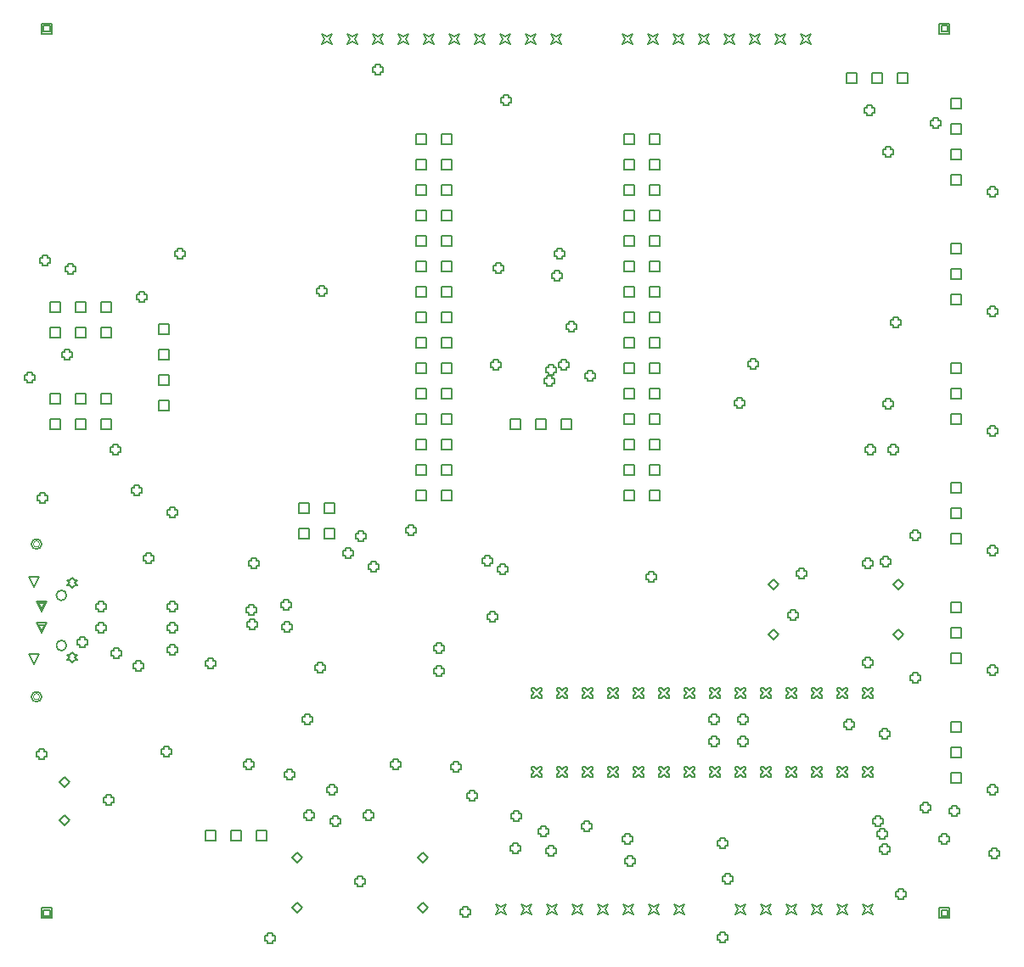
<source format=gbr>
%TF.GenerationSoftware,Altium Limited,Altium Designer,24.3.1 (35)*%
G04 Layer_Color=2752767*
%FSLAX45Y45*%
%MOMM*%
%TF.SameCoordinates,7E0553B6-A888-4128-BDB4-EB5F29F5F182*%
%TF.FilePolarity,Positive*%
%TF.FileFunction,Drawing*%
%TF.Part,Single*%
G01*
G75*
%TA.AperFunction,NonConductor*%
%ADD62C,0.12700*%
%ADD125C,0.16933*%
%ADD126C,0.10160*%
D62*
X5435600Y6908800D02*
Y7010400D01*
X5537200D01*
Y6908800D01*
X5435600D01*
X5689600D02*
Y7010400D01*
X5791200D01*
Y6908800D01*
X5689600D01*
X5435600Y6654800D02*
Y6756400D01*
X5537200D01*
Y6654800D01*
X5435600D01*
X5689600D02*
Y6756400D01*
X5791200D01*
Y6654800D01*
X5689600D01*
X8679927Y10595712D02*
Y10697312D01*
X8781527D01*
Y10595712D01*
X8679927D01*
X8933927D02*
Y10697312D01*
X9035527D01*
Y10595712D01*
X8933927D01*
X8679927Y10341712D02*
Y10443312D01*
X8781527D01*
Y10341712D01*
X8679927D01*
X8933927D02*
Y10443312D01*
X9035527D01*
Y10341712D01*
X8933927D01*
X8679927Y10087712D02*
Y10189312D01*
X8781527D01*
Y10087712D01*
X8679927D01*
X8933927D02*
Y10189312D01*
X9035527D01*
Y10087712D01*
X8933927D01*
X8679927Y9833712D02*
Y9935312D01*
X8781527D01*
Y9833712D01*
X8679927D01*
X8933927D02*
Y9935312D01*
X9035527D01*
Y9833712D01*
X8933927D01*
Y9579712D02*
Y9681312D01*
X9035527D01*
Y9579712D01*
X8933927D01*
X8679927Y9325712D02*
Y9427312D01*
X8781527D01*
Y9325712D01*
X8679927D01*
X8933927D02*
Y9427312D01*
X9035527D01*
Y9325712D01*
X8933927D01*
X8679927Y9071712D02*
Y9173312D01*
X8781527D01*
Y9071712D01*
X8679927D01*
X8933927D02*
Y9173312D01*
X9035527D01*
Y9071712D01*
X8933927D01*
X8679927Y8817712D02*
Y8919312D01*
X8781527D01*
Y8817712D01*
X8679927D01*
X8933927D02*
Y8919312D01*
X9035527D01*
Y8817712D01*
X8933927D01*
X8679927Y8563712D02*
Y8665312D01*
X8781527D01*
Y8563712D01*
X8679927D01*
X8933927D02*
Y8665312D01*
X9035527D01*
Y8563712D01*
X8933927D01*
X8679927Y8309712D02*
Y8411312D01*
X8781527D01*
Y8309712D01*
X8679927D01*
X8933927D02*
Y8411312D01*
X9035527D01*
Y8309712D01*
X8933927D01*
X8679927Y8055712D02*
Y8157312D01*
X8781527D01*
Y8055712D01*
X8679927D01*
X8933927D02*
Y8157312D01*
X9035527D01*
Y8055712D01*
X8933927D01*
X8679927Y7801712D02*
Y7903312D01*
X8781527D01*
Y7801712D01*
X8679927D01*
X8933927D02*
Y7903312D01*
X9035527D01*
Y7801712D01*
X8933927D01*
X8679927Y7547712D02*
Y7649312D01*
X8781527D01*
Y7547712D01*
X8679927D01*
X8933927D02*
Y7649312D01*
X9035527D01*
Y7547712D01*
X8933927D01*
X8679927Y7293712D02*
Y7395312D01*
X8781527D01*
Y7293712D01*
X8679927D01*
X8933927D02*
Y7395312D01*
X9035527D01*
Y7293712D01*
X8933927D01*
X8679927Y7039712D02*
Y7141312D01*
X8781527D01*
Y7039712D01*
X8679927D01*
X8933927D02*
Y7141312D01*
X9035527D01*
Y7039712D01*
X8933927D01*
X8679927Y9579712D02*
Y9681312D01*
X8781527D01*
Y9579712D01*
X8679927D01*
X6605927Y10595712D02*
Y10697312D01*
X6707527D01*
Y10595712D01*
X6605927D01*
X6859927D02*
Y10697312D01*
X6961527D01*
Y10595712D01*
X6859927D01*
X6605927Y10341712D02*
Y10443312D01*
X6707527D01*
Y10341712D01*
X6605927D01*
X6859927D02*
Y10443312D01*
X6961527D01*
Y10341712D01*
X6859927D01*
X6605927Y10087712D02*
Y10189312D01*
X6707527D01*
Y10087712D01*
X6605927D01*
X6859927D02*
Y10189312D01*
X6961527D01*
Y10087712D01*
X6859927D01*
X6605927Y9833712D02*
Y9935312D01*
X6707527D01*
Y9833712D01*
X6605927D01*
X6859927D02*
Y9935312D01*
X6961527D01*
Y9833712D01*
X6859927D01*
Y9579712D02*
Y9681312D01*
X6961527D01*
Y9579712D01*
X6859927D01*
X6605927Y9325712D02*
Y9427312D01*
X6707527D01*
Y9325712D01*
X6605927D01*
X6859927D02*
Y9427312D01*
X6961527D01*
Y9325712D01*
X6859927D01*
X6605927Y9071712D02*
Y9173312D01*
X6707527D01*
Y9071712D01*
X6605927D01*
X6859927D02*
Y9173312D01*
X6961527D01*
Y9071712D01*
X6859927D01*
X6605927Y8817712D02*
Y8919312D01*
X6707527D01*
Y8817712D01*
X6605927D01*
X6859927D02*
Y8919312D01*
X6961527D01*
Y8817712D01*
X6859927D01*
X6605927Y8563712D02*
Y8665312D01*
X6707527D01*
Y8563712D01*
X6605927D01*
X6859927D02*
Y8665312D01*
X6961527D01*
Y8563712D01*
X6859927D01*
X6605927Y8309712D02*
Y8411312D01*
X6707527D01*
Y8309712D01*
X6605927D01*
X6859927D02*
Y8411312D01*
X6961527D01*
Y8309712D01*
X6859927D01*
X6605927Y8055712D02*
Y8157312D01*
X6707527D01*
Y8055712D01*
X6605927D01*
X6859927D02*
Y8157312D01*
X6961527D01*
Y8055712D01*
X6859927D01*
X6605927Y7801712D02*
Y7903312D01*
X6707527D01*
Y7801712D01*
X6605927D01*
X6859927D02*
Y7903312D01*
X6961527D01*
Y7801712D01*
X6859927D01*
X6605927Y7547712D02*
Y7649312D01*
X6707527D01*
Y7547712D01*
X6605927D01*
X6859927D02*
Y7649312D01*
X6961527D01*
Y7547712D01*
X6859927D01*
X6605927Y7293712D02*
Y7395312D01*
X6707527D01*
Y7293712D01*
X6605927D01*
X6859927D02*
Y7395312D01*
X6961527D01*
Y7293712D01*
X6859927D01*
X6605927Y7039712D02*
Y7141312D01*
X6707527D01*
Y7039712D01*
X6605927D01*
X6859927D02*
Y7141312D01*
X6961527D01*
Y7039712D01*
X6859927D01*
X6605927Y9579712D02*
Y9681312D01*
X6707527D01*
Y9579712D01*
X6605927D01*
X4508500Y3644900D02*
Y3746500D01*
X4610100D01*
Y3644900D01*
X4508500D01*
X4762500D02*
Y3746500D01*
X4864100D01*
Y3644900D01*
X4762500D01*
X5016500D02*
Y3746500D01*
X5118100D01*
Y3644900D01*
X5016500D01*
X7543800Y7754600D02*
Y7856200D01*
X7645400D01*
Y7754600D01*
X7543800D01*
X7797800D02*
Y7856200D01*
X7899400D01*
Y7754600D01*
X7797800D01*
X8051800D02*
Y7856200D01*
X8153400D01*
Y7754600D01*
X8051800D01*
X10896600Y11201400D02*
Y11303000D01*
X10998200D01*
Y11201400D01*
X10896600D01*
X11150600D02*
Y11303000D01*
X11252200D01*
Y11201400D01*
X11150600D01*
X11404600D02*
Y11303000D01*
X11506200D01*
Y11201400D01*
X11404600D01*
X10116500Y6197600D02*
X10167300Y6248400D01*
X10218100Y6197600D01*
X10167300Y6146800D01*
X10116500Y6197600D01*
X11366500D02*
X11417300Y6248400D01*
X11468100Y6197600D01*
X11417300Y6146800D01*
X11366500Y6197600D01*
X10116500Y5697600D02*
X10167300Y5748400D01*
X10218100Y5697600D01*
X10167300Y5646800D01*
X10116500Y5697600D01*
X11366500D02*
X11417300Y5748400D01*
X11468100Y5697600D01*
X11417300Y5646800D01*
X11366500Y5697600D01*
X11938000Y4216400D02*
Y4318000D01*
X12039600D01*
Y4216400D01*
X11938000D01*
Y4470400D02*
Y4572000D01*
X12039600D01*
Y4470400D01*
X11938000D01*
Y4724400D02*
Y4826000D01*
X12039600D01*
Y4724400D01*
X11938000D01*
Y5410200D02*
Y5511800D01*
X12039600D01*
Y5410200D01*
X11938000D01*
Y5664200D02*
Y5765800D01*
X12039600D01*
Y5664200D01*
X11938000D01*
Y5918200D02*
Y6019800D01*
X12039600D01*
Y5918200D01*
X11938000D01*
Y6604000D02*
Y6705600D01*
X12039600D01*
Y6604000D01*
X11938000D01*
Y6858000D02*
Y6959600D01*
X12039600D01*
Y6858000D01*
X11938000D01*
Y7112000D02*
Y7213600D01*
X12039600D01*
Y7112000D01*
X11938000D01*
Y7797800D02*
Y7899400D01*
X12039600D01*
Y7797800D01*
X11938000D01*
Y8051800D02*
Y8153400D01*
X12039600D01*
Y8051800D01*
X11938000D01*
Y8305800D02*
Y8407400D01*
X12039600D01*
Y8305800D01*
X11938000D01*
Y8991600D02*
Y9093200D01*
X12039600D01*
Y8991600D01*
X11938000D01*
Y9245600D02*
Y9347200D01*
X12039600D01*
Y9245600D01*
X11938000D01*
Y9499600D02*
Y9601200D01*
X12039600D01*
Y9499600D01*
X11938000D01*
Y10947400D02*
Y11049000D01*
X12039600D01*
Y10947400D01*
X11938000D01*
Y10693400D02*
Y10795000D01*
X12039600D01*
Y10693400D01*
X11938000D01*
Y10185400D02*
Y10287000D01*
X12039600D01*
Y10185400D01*
X11938000D01*
Y10439400D02*
Y10541000D01*
X12039600D01*
Y10439400D01*
X11938000D01*
X3048000Y3848100D02*
X3098800Y3898900D01*
X3149600Y3848100D01*
X3098800Y3797300D01*
X3048000Y3848100D01*
Y4229100D02*
X3098800Y4279900D01*
X3149600Y4229100D01*
X3098800Y4178300D01*
X3048000Y4229100D01*
X6619400Y2975800D02*
X6670200Y3026600D01*
X6721000Y2975800D01*
X6670200Y2925000D01*
X6619400Y2975800D01*
X5369400D02*
X5420200Y3026600D01*
X5471000Y2975800D01*
X5420200Y2925000D01*
X5369400Y2975800D01*
X6619400Y3475800D02*
X6670200Y3526600D01*
X6721000Y3475800D01*
X6670200Y3425000D01*
X6619400Y3475800D01*
X5369400D02*
X5420200Y3526600D01*
X5471000Y3475800D01*
X5420200Y3425000D01*
X5369400Y3475800D01*
X11061700Y2908300D02*
X11087100Y2959100D01*
X11061700Y3009900D01*
X11112500Y2984500D01*
X11163300Y3009900D01*
X11137900Y2959100D01*
X11163300Y2908300D01*
X11112500Y2933700D01*
X11061700Y2908300D01*
X10807700D02*
X10833100Y2959100D01*
X10807700Y3009900D01*
X10858500Y2984500D01*
X10909300Y3009900D01*
X10883900Y2959100D01*
X10909300Y2908300D01*
X10858500Y2933700D01*
X10807700Y2908300D01*
X10553700D02*
X10579100Y2959100D01*
X10553700Y3009900D01*
X10604500Y2984500D01*
X10655300Y3009900D01*
X10629900Y2959100D01*
X10655300Y2908300D01*
X10604500Y2933700D01*
X10553700Y2908300D01*
X10045700D02*
X10071100Y2959100D01*
X10045700Y3009900D01*
X10096500Y2984500D01*
X10147300Y3009900D01*
X10121900Y2959100D01*
X10147300Y2908300D01*
X10096500Y2933700D01*
X10045700Y2908300D01*
X9791700D02*
X9817100Y2959100D01*
X9791700Y3009900D01*
X9842500Y2984500D01*
X9893300Y3009900D01*
X9867900Y2959100D01*
X9893300Y2908300D01*
X9842500Y2933700D01*
X9791700Y2908300D01*
X10299700D02*
X10325100Y2959100D01*
X10299700Y3009900D01*
X10350500Y2984500D01*
X10401300Y3009900D01*
X10375900Y2959100D01*
X10401300Y2908300D01*
X10350500Y2933700D01*
X10299700Y2908300D01*
X8674100D02*
X8699500Y2959100D01*
X8674100Y3009900D01*
X8724900Y2984500D01*
X8775700Y3009900D01*
X8750300Y2959100D01*
X8775700Y2908300D01*
X8724900Y2933700D01*
X8674100Y2908300D01*
X8420100D02*
X8445500Y2959100D01*
X8420100Y3009900D01*
X8470900Y2984500D01*
X8521700Y3009900D01*
X8496300Y2959100D01*
X8521700Y2908300D01*
X8470900Y2933700D01*
X8420100Y2908300D01*
X8166100D02*
X8191500Y2959100D01*
X8166100Y3009900D01*
X8216900Y2984500D01*
X8267700Y3009900D01*
X8242300Y2959100D01*
X8267700Y2908300D01*
X8216900Y2933700D01*
X8166100Y2908300D01*
X7658100D02*
X7683500Y2959100D01*
X7658100Y3009900D01*
X7708900Y2984500D01*
X7759700Y3009900D01*
X7734300Y2959100D01*
X7759700Y2908300D01*
X7708900Y2933700D01*
X7658100Y2908300D01*
X7404100D02*
X7429500Y2959100D01*
X7404100Y3009900D01*
X7454900Y2984500D01*
X7505700Y3009900D01*
X7480300Y2959100D01*
X7505700Y2908300D01*
X7454900Y2933700D01*
X7404100Y2908300D01*
X7912100D02*
X7937500Y2959100D01*
X7912100Y3009900D01*
X7962900Y2984500D01*
X8013700Y3009900D01*
X7988300Y2959100D01*
X8013700Y2908300D01*
X7962900Y2933700D01*
X7912100Y2908300D01*
X8928100D02*
X8953500Y2959100D01*
X8928100Y3009900D01*
X8978900Y2984500D01*
X9029700Y3009900D01*
X9004300Y2959100D01*
X9029700Y2908300D01*
X8978900Y2933700D01*
X8928100Y2908300D01*
X9182100D02*
X9207500Y2959100D01*
X9182100Y3009900D01*
X9232900Y2984500D01*
X9283700Y3009900D01*
X9258300Y2959100D01*
X9283700Y2908300D01*
X9232900Y2933700D01*
X9182100Y2908300D01*
X2959100Y7747000D02*
Y7848600D01*
X3060700D01*
Y7747000D01*
X2959100D01*
Y8001000D02*
Y8102600D01*
X3060700D01*
Y8001000D01*
X2959100D01*
X3213100Y7747000D02*
Y7848600D01*
X3314700D01*
Y7747000D01*
X3213100D01*
Y8001000D02*
Y8102600D01*
X3314700D01*
Y8001000D01*
X3213100D01*
X3467100Y7747000D02*
Y7848600D01*
X3568700D01*
Y7747000D01*
X3467100D01*
Y8001000D02*
Y8102600D01*
X3568700D01*
Y8001000D01*
X3467100D01*
X2959100Y8661400D02*
Y8763000D01*
X3060700D01*
Y8661400D01*
X2959100D01*
Y8915400D02*
Y9017000D01*
X3060700D01*
Y8915400D01*
X2959100D01*
X3213100Y8661400D02*
Y8763000D01*
X3314700D01*
Y8661400D01*
X3213100D01*
Y8915400D02*
Y9017000D01*
X3314700D01*
Y8915400D01*
X3213100D01*
X3467100Y8661400D02*
Y8763000D01*
X3568700D01*
Y8661400D01*
X3467100D01*
Y8915400D02*
Y9017000D01*
X3568700D01*
Y8915400D01*
X3467100D01*
X9169200Y11595100D02*
X9194600Y11645900D01*
X9169200Y11696700D01*
X9220000Y11671300D01*
X9270800Y11696700D01*
X9245400Y11645900D01*
X9270800Y11595100D01*
X9220000Y11620500D01*
X9169200Y11595100D01*
X9423200D02*
X9448600Y11645900D01*
X9423200Y11696700D01*
X9474000Y11671300D01*
X9524800Y11696700D01*
X9499400Y11645900D01*
X9524800Y11595100D01*
X9474000Y11620500D01*
X9423200Y11595100D01*
X9677200D02*
X9702600Y11645900D01*
X9677200Y11696700D01*
X9728000Y11671300D01*
X9778800Y11696700D01*
X9753400Y11645900D01*
X9778800Y11595100D01*
X9728000Y11620500D01*
X9677200Y11595100D01*
X10185200D02*
X10210600Y11645900D01*
X10185200Y11696700D01*
X10236000Y11671300D01*
X10286800Y11696700D01*
X10261400Y11645900D01*
X10286800Y11595100D01*
X10236000Y11620500D01*
X10185200Y11595100D01*
X10439200D02*
X10464600Y11645900D01*
X10439200Y11696700D01*
X10490000Y11671300D01*
X10540800Y11696700D01*
X10515400Y11645900D01*
X10540800Y11595100D01*
X10490000Y11620500D01*
X10439200Y11595100D01*
X9931200D02*
X9956600Y11645900D01*
X9931200Y11696700D01*
X9982000Y11671300D01*
X10032800Y11696700D01*
X10007400Y11645900D01*
X10032800Y11595100D01*
X9982000Y11620500D01*
X9931200Y11595100D01*
X8915200D02*
X8940600Y11645900D01*
X8915200Y11696700D01*
X8966000Y11671300D01*
X9016800Y11696700D01*
X8991400Y11645900D01*
X9016800Y11595100D01*
X8966000Y11620500D01*
X8915200Y11595100D01*
X8661200D02*
X8686600Y11645900D01*
X8661200Y11696700D01*
X8712000Y11671300D01*
X8762800Y11696700D01*
X8737400Y11645900D01*
X8762800Y11595100D01*
X8712000Y11620500D01*
X8661200Y11595100D01*
X11823700Y11696700D02*
Y11798300D01*
X11925300D01*
Y11696700D01*
X11823700D01*
X11844020Y11717020D02*
Y11777980D01*
X11904980D01*
Y11717020D01*
X11844020D01*
X2870200Y11696700D02*
Y11798300D01*
X2971800D01*
Y11696700D01*
X2870200D01*
X2890520Y11717020D02*
Y11777980D01*
X2951480D01*
Y11717020D01*
X2890520D01*
X7950200Y11595100D02*
X7975600Y11645900D01*
X7950200Y11696700D01*
X8001000Y11671300D01*
X8051800Y11696700D01*
X8026400Y11645900D01*
X8051800Y11595100D01*
X8001000Y11620500D01*
X7950200Y11595100D01*
X7696200D02*
X7721600Y11645900D01*
X7696200Y11696700D01*
X7747000Y11671300D01*
X7797800Y11696700D01*
X7772400Y11645900D01*
X7797800Y11595100D01*
X7747000Y11620500D01*
X7696200Y11595100D01*
X7442200D02*
X7467600Y11645900D01*
X7442200Y11696700D01*
X7493000Y11671300D01*
X7543800Y11696700D01*
X7518400Y11645900D01*
X7543800Y11595100D01*
X7493000Y11620500D01*
X7442200Y11595100D01*
X6934200D02*
X6959600Y11645900D01*
X6934200Y11696700D01*
X6985000Y11671300D01*
X7035800Y11696700D01*
X7010400Y11645900D01*
X7035800Y11595100D01*
X6985000Y11620500D01*
X6934200Y11595100D01*
X6680200D02*
X6705600Y11645900D01*
X6680200Y11696700D01*
X6731000Y11671300D01*
X6781800Y11696700D01*
X6756400Y11645900D01*
X6781800Y11595100D01*
X6731000Y11620500D01*
X6680200Y11595100D01*
X6426200D02*
X6451600Y11645900D01*
X6426200Y11696700D01*
X6477000Y11671300D01*
X6527800Y11696700D01*
X6502400Y11645900D01*
X6527800Y11595100D01*
X6477000Y11620500D01*
X6426200Y11595100D01*
X5918200D02*
X5943600Y11645900D01*
X5918200Y11696700D01*
X5969000Y11671300D01*
X6019800Y11696700D01*
X5994400Y11645900D01*
X6019800Y11595100D01*
X5969000Y11620500D01*
X5918200Y11595100D01*
X5664200D02*
X5689600Y11645900D01*
X5664200Y11696700D01*
X5715000Y11671300D01*
X5765800Y11696700D01*
X5740400Y11645900D01*
X5765800Y11595100D01*
X5715000Y11620500D01*
X5664200Y11595100D01*
X6172200D02*
X6197600Y11645900D01*
X6172200Y11696700D01*
X6223000Y11671300D01*
X6273800Y11696700D01*
X6248400Y11645900D01*
X6273800Y11595100D01*
X6223000Y11620500D01*
X6172200Y11595100D01*
X7188200D02*
X7213600Y11645900D01*
X7188200Y11696700D01*
X7239000Y11671300D01*
X7289800Y11696700D01*
X7264400Y11645900D01*
X7289800Y11595100D01*
X7239000Y11620500D01*
X7188200Y11595100D01*
X11061700Y5070500D02*
X11087100D01*
X11112500Y5095900D01*
X11137900Y5070500D01*
X11163300D01*
Y5095900D01*
X11137900Y5121300D01*
X11163300Y5146700D01*
Y5172100D01*
X11137900D01*
X11112500Y5146700D01*
X11087100Y5172100D01*
X11061700D01*
Y5146700D01*
X11087100Y5121300D01*
X11061700Y5095900D01*
Y5070500D01*
X10807700D02*
X10833100D01*
X10858500Y5095900D01*
X10883900Y5070500D01*
X10909300D01*
Y5095900D01*
X10883900Y5121300D01*
X10909300Y5146700D01*
Y5172100D01*
X10883900D01*
X10858500Y5146700D01*
X10833100Y5172100D01*
X10807700D01*
Y5146700D01*
X10833100Y5121300D01*
X10807700Y5095900D01*
Y5070500D01*
X10553700D02*
X10579100D01*
X10604500Y5095900D01*
X10629900Y5070500D01*
X10655300D01*
Y5095900D01*
X10629900Y5121300D01*
X10655300Y5146700D01*
Y5172100D01*
X10629900D01*
X10604500Y5146700D01*
X10579100Y5172100D01*
X10553700D01*
Y5146700D01*
X10579100Y5121300D01*
X10553700Y5095900D01*
Y5070500D01*
X10299700D02*
X10325100D01*
X10350500Y5095900D01*
X10375900Y5070500D01*
X10401300D01*
Y5095900D01*
X10375900Y5121300D01*
X10401300Y5146700D01*
Y5172100D01*
X10375900D01*
X10350500Y5146700D01*
X10325100Y5172100D01*
X10299700D01*
Y5146700D01*
X10325100Y5121300D01*
X10299700Y5095900D01*
Y5070500D01*
X10045700D02*
X10071100D01*
X10096500Y5095900D01*
X10121900Y5070500D01*
X10147300D01*
Y5095900D01*
X10121900Y5121300D01*
X10147300Y5146700D01*
Y5172100D01*
X10121900D01*
X10096500Y5146700D01*
X10071100Y5172100D01*
X10045700D01*
Y5146700D01*
X10071100Y5121300D01*
X10045700Y5095900D01*
Y5070500D01*
X9791700D02*
X9817100D01*
X9842500Y5095900D01*
X9867900Y5070500D01*
X9893300D01*
Y5095900D01*
X9867900Y5121300D01*
X9893300Y5146700D01*
Y5172100D01*
X9867900D01*
X9842500Y5146700D01*
X9817100Y5172100D01*
X9791700D01*
Y5146700D01*
X9817100Y5121300D01*
X9791700Y5095900D01*
Y5070500D01*
X9537700D02*
X9563100D01*
X9588500Y5095900D01*
X9613900Y5070500D01*
X9639300D01*
Y5095900D01*
X9613900Y5121300D01*
X9639300Y5146700D01*
Y5172100D01*
X9613900D01*
X9588500Y5146700D01*
X9563100Y5172100D01*
X9537700D01*
Y5146700D01*
X9563100Y5121300D01*
X9537700Y5095900D01*
Y5070500D01*
X9283700D02*
X9309100D01*
X9334500Y5095900D01*
X9359900Y5070500D01*
X9385300D01*
Y5095900D01*
X9359900Y5121300D01*
X9385300Y5146700D01*
Y5172100D01*
X9359900D01*
X9334500Y5146700D01*
X9309100Y5172100D01*
X9283700D01*
Y5146700D01*
X9309100Y5121300D01*
X9283700Y5095900D01*
Y5070500D01*
X9029700D02*
X9055100D01*
X9080500Y5095900D01*
X9105900Y5070500D01*
X9131300D01*
Y5095900D01*
X9105900Y5121300D01*
X9131300Y5146700D01*
Y5172100D01*
X9105900D01*
X9080500Y5146700D01*
X9055100Y5172100D01*
X9029700D01*
Y5146700D01*
X9055100Y5121300D01*
X9029700Y5095900D01*
Y5070500D01*
X8775700D02*
X8801100D01*
X8826500Y5095900D01*
X8851900Y5070500D01*
X8877300D01*
Y5095900D01*
X8851900Y5121300D01*
X8877300Y5146700D01*
Y5172100D01*
X8851900D01*
X8826500Y5146700D01*
X8801100Y5172100D01*
X8775700D01*
Y5146700D01*
X8801100Y5121300D01*
X8775700Y5095900D01*
Y5070500D01*
X8521700D02*
X8547100D01*
X8572500Y5095900D01*
X8597900Y5070500D01*
X8623300D01*
Y5095900D01*
X8597900Y5121300D01*
X8623300Y5146700D01*
Y5172100D01*
X8597900D01*
X8572500Y5146700D01*
X8547100Y5172100D01*
X8521700D01*
Y5146700D01*
X8547100Y5121300D01*
X8521700Y5095900D01*
Y5070500D01*
X8267700D02*
X8293100D01*
X8318500Y5095900D01*
X8343900Y5070500D01*
X8369300D01*
Y5095900D01*
X8343900Y5121300D01*
X8369300Y5146700D01*
Y5172100D01*
X8343900D01*
X8318500Y5146700D01*
X8293100Y5172100D01*
X8267700D01*
Y5146700D01*
X8293100Y5121300D01*
X8267700Y5095900D01*
Y5070500D01*
X8013700D02*
X8039100D01*
X8064500Y5095900D01*
X8089900Y5070500D01*
X8115300D01*
Y5095900D01*
X8089900Y5121300D01*
X8115300Y5146700D01*
Y5172100D01*
X8089900D01*
X8064500Y5146700D01*
X8039100Y5172100D01*
X8013700D01*
Y5146700D01*
X8039100Y5121300D01*
X8013700Y5095900D01*
Y5070500D01*
X7759700D02*
X7785100D01*
X7810500Y5095900D01*
X7835900Y5070500D01*
X7861300D01*
Y5095900D01*
X7835900Y5121300D01*
X7861300Y5146700D01*
Y5172100D01*
X7835900D01*
X7810500Y5146700D01*
X7785100Y5172100D01*
X7759700D01*
Y5146700D01*
X7785100Y5121300D01*
X7759700Y5095900D01*
Y5070500D01*
Y4276700D02*
X7785100D01*
X7810500Y4302100D01*
X7835900Y4276700D01*
X7861300D01*
Y4302100D01*
X7835900Y4327500D01*
X7861300Y4352900D01*
Y4378300D01*
X7835900D01*
X7810500Y4352900D01*
X7785100Y4378300D01*
X7759700D01*
Y4352900D01*
X7785100Y4327500D01*
X7759700Y4302100D01*
Y4276700D01*
X8013700D02*
X8039100D01*
X8064500Y4302100D01*
X8089900Y4276700D01*
X8115300D01*
Y4302100D01*
X8089900Y4327500D01*
X8115300Y4352900D01*
Y4378300D01*
X8089900D01*
X8064500Y4352900D01*
X8039100Y4378300D01*
X8013700D01*
Y4352900D01*
X8039100Y4327500D01*
X8013700Y4302100D01*
Y4276700D01*
X8267700D02*
X8293100D01*
X8318500Y4302100D01*
X8343900Y4276700D01*
X8369300D01*
Y4302100D01*
X8343900Y4327500D01*
X8369300Y4352900D01*
Y4378300D01*
X8343900D01*
X8318500Y4352900D01*
X8293100Y4378300D01*
X8267700D01*
Y4352900D01*
X8293100Y4327500D01*
X8267700Y4302100D01*
Y4276700D01*
X8521700D02*
X8547100D01*
X8572500Y4302100D01*
X8597900Y4276700D01*
X8623300D01*
Y4302100D01*
X8597900Y4327500D01*
X8623300Y4352900D01*
Y4378300D01*
X8597900D01*
X8572500Y4352900D01*
X8547100Y4378300D01*
X8521700D01*
Y4352900D01*
X8547100Y4327500D01*
X8521700Y4302100D01*
Y4276700D01*
X8775700D02*
X8801100D01*
X8826500Y4302100D01*
X8851900Y4276700D01*
X8877300D01*
Y4302100D01*
X8851900Y4327500D01*
X8877300Y4352900D01*
Y4378300D01*
X8851900D01*
X8826500Y4352900D01*
X8801100Y4378300D01*
X8775700D01*
Y4352900D01*
X8801100Y4327500D01*
X8775700Y4302100D01*
Y4276700D01*
X9029700D02*
X9055100D01*
X9080500Y4302100D01*
X9105900Y4276700D01*
X9131300D01*
Y4302100D01*
X9105900Y4327500D01*
X9131300Y4352900D01*
Y4378300D01*
X9105900D01*
X9080500Y4352900D01*
X9055100Y4378300D01*
X9029700D01*
Y4352900D01*
X9055100Y4327500D01*
X9029700Y4302100D01*
Y4276700D01*
X9283700D02*
X9309100D01*
X9334500Y4302100D01*
X9359900Y4276700D01*
X9385300D01*
Y4302100D01*
X9359900Y4327500D01*
X9385300Y4352900D01*
Y4378300D01*
X9359900D01*
X9334500Y4352900D01*
X9309100Y4378300D01*
X9283700D01*
Y4352900D01*
X9309100Y4327500D01*
X9283700Y4302100D01*
Y4276700D01*
X9537700D02*
X9563100D01*
X9588500Y4302100D01*
X9613900Y4276700D01*
X9639300D01*
Y4302100D01*
X9613900Y4327500D01*
X9639300Y4352900D01*
Y4378300D01*
X9613900D01*
X9588500Y4352900D01*
X9563100Y4378300D01*
X9537700D01*
Y4352900D01*
X9563100Y4327500D01*
X9537700Y4302100D01*
Y4276700D01*
X9791700D02*
X9817100D01*
X9842500Y4302100D01*
X9867900Y4276700D01*
X9893300D01*
Y4302100D01*
X9867900Y4327500D01*
X9893300Y4352900D01*
Y4378300D01*
X9867900D01*
X9842500Y4352900D01*
X9817100Y4378300D01*
X9791700D01*
Y4352900D01*
X9817100Y4327500D01*
X9791700Y4302100D01*
Y4276700D01*
X10045700D02*
X10071100D01*
X10096500Y4302100D01*
X10121900Y4276700D01*
X10147300D01*
Y4302100D01*
X10121900Y4327500D01*
X10147300Y4352900D01*
Y4378300D01*
X10121900D01*
X10096500Y4352900D01*
X10071100Y4378300D01*
X10045700D01*
Y4352900D01*
X10071100Y4327500D01*
X10045700Y4302100D01*
Y4276700D01*
X10299700D02*
X10325100D01*
X10350500Y4302100D01*
X10375900Y4276700D01*
X10401300D01*
Y4302100D01*
X10375900Y4327500D01*
X10401300Y4352900D01*
Y4378300D01*
X10375900D01*
X10350500Y4352900D01*
X10325100Y4378300D01*
X10299700D01*
Y4352900D01*
X10325100Y4327500D01*
X10299700Y4302100D01*
Y4276700D01*
X10553700D02*
X10579100D01*
X10604500Y4302100D01*
X10629900Y4276700D01*
X10655300D01*
Y4302100D01*
X10629900Y4327500D01*
X10655300Y4352900D01*
Y4378300D01*
X10629900D01*
X10604500Y4352900D01*
X10579100Y4378300D01*
X10553700D01*
Y4352900D01*
X10579100Y4327500D01*
X10553700Y4302100D01*
Y4276700D01*
X10807700D02*
X10833100D01*
X10858500Y4302100D01*
X10883900Y4276700D01*
X10909300D01*
Y4302100D01*
X10883900Y4327500D01*
X10909300Y4352900D01*
Y4378300D01*
X10883900D01*
X10858500Y4352900D01*
X10833100Y4378300D01*
X10807700D01*
Y4352900D01*
X10833100Y4327500D01*
X10807700Y4302100D01*
Y4276700D01*
X11061700D02*
X11087100D01*
X11112500Y4302100D01*
X11137900Y4276700D01*
X11163300D01*
Y4302100D01*
X11137900Y4327500D01*
X11163300Y4352900D01*
Y4378300D01*
X11137900D01*
X11112500Y4352900D01*
X11087100Y4378300D01*
X11061700D01*
Y4352900D01*
X11087100Y4327500D01*
X11061700Y4302100D01*
Y4276700D01*
X11823700Y2870200D02*
Y2971800D01*
X11925300D01*
Y2870200D01*
X11823700D01*
X11844020Y2890520D02*
Y2951480D01*
X11904980D01*
Y2890520D01*
X11844020D01*
X3172900Y6163700D02*
X3198300Y6189100D01*
X3223700D01*
X3198300Y6214500D01*
X3223700Y6239900D01*
X3198300D01*
X3172900Y6265300D01*
X3147500Y6239900D01*
X3122100D01*
X3147500Y6214500D01*
X3122100Y6189100D01*
X3147500D01*
X3172900Y6163700D01*
Y5418700D02*
X3198300Y5444100D01*
X3223700D01*
X3198300Y5469500D01*
X3223700Y5494900D01*
X3198300D01*
X3172900Y5520300D01*
X3147500Y5494900D01*
X3122100D01*
X3147500Y5469500D01*
X3122100Y5444100D01*
X3147500D01*
X3172900Y5418700D01*
X2792900Y6178700D02*
X2742100Y6280300D01*
X2843700D01*
X2792900Y6178700D01*
Y5403700D02*
X2742100Y5505300D01*
X2843700D01*
X2792900Y5403700D01*
X4038600Y7937500D02*
Y8039100D01*
X4140200D01*
Y7937500D01*
X4038600D01*
Y8191500D02*
Y8293100D01*
X4140200D01*
Y8191500D01*
X4038600D01*
Y8699500D02*
Y8801100D01*
X4140200D01*
Y8699500D01*
X4038600D01*
Y8445500D02*
Y8547100D01*
X4140200D01*
Y8445500D01*
X4038600D01*
X2870200Y2870200D02*
Y2971800D01*
X2971800D01*
Y2870200D01*
X2870200D01*
X2890520Y2890520D02*
Y2951480D01*
X2951480D01*
Y2890520D01*
X2890520D01*
X5125720Y2644140D02*
Y2618740D01*
X5176520D01*
Y2644140D01*
X5201920D01*
Y2694940D01*
X5176520D01*
Y2720340D01*
X5125720D01*
Y2694940D01*
X5100320D01*
Y2644140D01*
X5125720D01*
X3810000Y5359400D02*
Y5334000D01*
X3860800D01*
Y5359400D01*
X3886200D01*
Y5410200D01*
X3860800D01*
Y5435600D01*
X3810000D01*
Y5410200D01*
X3784600D01*
Y5359400D01*
X3810000D01*
X4152900Y5956300D02*
Y5930900D01*
X4203700D01*
Y5956300D01*
X4229100D01*
Y6007100D01*
X4203700D01*
Y6032500D01*
X4152900D01*
Y6007100D01*
X4127500D01*
Y5956300D01*
X4152900D01*
Y5740400D02*
Y5715000D01*
X4203700D01*
Y5740400D01*
X4229100D01*
Y5791200D01*
X4203700D01*
Y5816600D01*
X4152900D01*
Y5791200D01*
X4127500D01*
Y5740400D01*
X4152900D01*
Y5524500D02*
Y5499100D01*
X4203700D01*
Y5524500D01*
X4229100D01*
Y5575300D01*
X4203700D01*
Y5600700D01*
X4152900D01*
Y5575300D01*
X4127500D01*
Y5524500D01*
X4152900D01*
X8013700Y9474200D02*
Y9448800D01*
X8064500D01*
Y9474200D01*
X8089900D01*
Y9525000D01*
X8064500D01*
Y9550400D01*
X8013700D01*
Y9525000D01*
X7988300D01*
Y9474200D01*
X8013700D01*
X8318500Y8255000D02*
Y8229600D01*
X8369300D01*
Y8255000D01*
X8394700D01*
Y8305800D01*
X8369300D01*
Y8331200D01*
X8318500D01*
Y8305800D01*
X8293100D01*
Y8255000D01*
X8318500D01*
X3136900Y9321800D02*
Y9296400D01*
X3187700D01*
Y9321800D01*
X3213100D01*
Y9372600D01*
X3187700D01*
Y9398000D01*
X3136900D01*
Y9372600D01*
X3111500D01*
Y9321800D01*
X3136900D01*
X11849100Y3632200D02*
Y3606800D01*
X11899900D01*
Y3632200D01*
X11925300D01*
Y3683000D01*
X11899900D01*
Y3708400D01*
X11849100D01*
Y3683000D01*
X11823700D01*
Y3632200D01*
X11849100D01*
X12344400Y3492500D02*
Y3467100D01*
X12395200D01*
Y3492500D01*
X12420600D01*
Y3543300D01*
X12395200D01*
Y3568700D01*
X12344400D01*
Y3543300D01*
X12319000D01*
Y3492500D01*
X12344400D01*
X5778500Y3810000D02*
Y3784600D01*
X5829300D01*
Y3810000D01*
X5854700D01*
Y3860800D01*
X5829300D01*
Y3886200D01*
X5778500D01*
Y3860800D01*
X5753100D01*
Y3810000D01*
X5778500D01*
X9639300Y3594100D02*
Y3568700D01*
X9690100D01*
Y3594100D01*
X9715500D01*
Y3644900D01*
X9690100D01*
Y3670300D01*
X9639300D01*
Y3644900D01*
X9613900D01*
Y3594100D01*
X9639300D01*
X8686800Y3632200D02*
Y3606800D01*
X8737600D01*
Y3632200D01*
X8763000D01*
Y3683000D01*
X8737600D01*
Y3708400D01*
X8686800D01*
Y3683000D01*
X8661400D01*
Y3632200D01*
X8686800D01*
X6371400Y4381500D02*
Y4356100D01*
X6422200D01*
Y4381500D01*
X6447600D01*
Y4432300D01*
X6422200D01*
Y4457700D01*
X6371400D01*
Y4432300D01*
X6346000D01*
Y4381500D01*
X6371400D01*
X11950700Y3911600D02*
Y3886200D01*
X12001500D01*
Y3911600D01*
X12026900D01*
Y3962400D01*
X12001500D01*
Y3987800D01*
X11950700D01*
Y3962400D01*
X11925300D01*
Y3911600D01*
X11950700D01*
X11226800Y3683000D02*
Y3657600D01*
X11277600D01*
Y3683000D01*
X11303000D01*
Y3733800D01*
X11277600D01*
Y3759200D01*
X11226800D01*
Y3733800D01*
X11201400D01*
Y3683000D01*
X11226800D01*
X8712200Y3416300D02*
Y3390900D01*
X8763000D01*
Y3416300D01*
X8788400D01*
Y3467100D01*
X8763000D01*
Y3492500D01*
X8712200D01*
Y3467100D01*
X8686800D01*
Y3416300D01*
X8712200D01*
X5626100Y5346700D02*
Y5321300D01*
X5676900D01*
Y5346700D01*
X5702300D01*
Y5397500D01*
X5676900D01*
Y5422900D01*
X5626100D01*
Y5397500D01*
X5600700D01*
Y5346700D01*
X5626100D01*
X5282560Y5968360D02*
Y5942960D01*
X5333360D01*
Y5968360D01*
X5358760D01*
Y6019160D01*
X5333360D01*
Y6044560D01*
X5282560D01*
Y6019160D01*
X5257160D01*
Y5968360D01*
X5282560D01*
X9944100Y8375750D02*
Y8350350D01*
X9994900D01*
Y8375750D01*
X10020300D01*
Y8426550D01*
X9994900D01*
Y8451950D01*
X9944100D01*
Y8426550D01*
X9918700D01*
Y8375750D01*
X9944100D01*
X9804400Y7988300D02*
Y7962900D01*
X9855200D01*
Y7988300D01*
X9880600D01*
Y8039100D01*
X9855200D01*
Y8064500D01*
X9804400D01*
Y8039100D01*
X9779000D01*
Y7988300D01*
X9804400D01*
X3098100Y8471600D02*
Y8446200D01*
X3148900D01*
Y8471600D01*
X3174300D01*
Y8522400D01*
X3148900D01*
Y8547800D01*
X3098100D01*
Y8522400D01*
X3072700D01*
Y8471600D01*
X3098100D01*
X3594100Y5486400D02*
Y5461000D01*
X3644900D01*
Y5486400D01*
X3670300D01*
Y5537200D01*
X3644900D01*
Y5562600D01*
X3594100D01*
Y5537200D01*
X3568700D01*
Y5486400D01*
X3594100D01*
X3911600Y6438900D02*
Y6413500D01*
X3962400D01*
Y6438900D01*
X3987800D01*
Y6489700D01*
X3962400D01*
Y6515100D01*
X3911600D01*
Y6489700D01*
X3886200D01*
Y6438900D01*
X3911600D01*
X3797300Y7112000D02*
Y7086600D01*
X3848100D01*
Y7112000D01*
X3873500D01*
Y7162800D01*
X3848100D01*
Y7188200D01*
X3797300D01*
Y7162800D01*
X3771900D01*
Y7112000D01*
X3797300D01*
X3848100Y9042400D02*
Y9017000D01*
X3898900D01*
Y9042400D01*
X3924300D01*
Y9093200D01*
X3898900D01*
Y9118600D01*
X3848100D01*
Y9093200D01*
X3822700D01*
Y9042400D01*
X3848100D01*
X5638800Y9105900D02*
Y9080500D01*
X5689600D01*
Y9105900D01*
X5715000D01*
Y9156700D01*
X5689600D01*
Y9182100D01*
X5638800D01*
Y9156700D01*
X5613400D01*
Y9105900D01*
X5638800D01*
X4965700Y6388100D02*
Y6362700D01*
X5016500D01*
Y6388100D01*
X5041900D01*
Y6438900D01*
X5016500D01*
Y6464300D01*
X4965700D01*
Y6438900D01*
X4940300D01*
Y6388100D01*
X4965700D01*
X5321300Y4279900D02*
Y4254500D01*
X5372100D01*
Y4279900D01*
X5397500D01*
Y4330700D01*
X5372100D01*
Y4356100D01*
X5321300D01*
Y4330700D01*
X5295900D01*
Y4279900D01*
X5321300D01*
X5740400Y4127500D02*
Y4102100D01*
X5791200D01*
Y4127500D01*
X5816600D01*
Y4178300D01*
X5791200D01*
Y4203700D01*
X5740400D01*
Y4178300D01*
X5715000D01*
Y4127500D01*
X5740400D01*
X7289800Y6413500D02*
Y6388100D01*
X7340600D01*
Y6413500D01*
X7366000D01*
Y6464300D01*
X7340600D01*
Y6489700D01*
X7289800D01*
Y6464300D01*
X7264400D01*
Y6413500D01*
X7289800D01*
X7442200Y6324600D02*
Y6299200D01*
X7493000D01*
Y6324600D01*
X7518400D01*
Y6375400D01*
X7493000D01*
Y6400800D01*
X7442200D01*
Y6375400D01*
X7416800D01*
Y6324600D01*
X7442200D01*
X7378700Y8369300D02*
Y8343900D01*
X7429500D01*
Y8369300D01*
X7454900D01*
Y8420100D01*
X7429500D01*
Y8445500D01*
X7378700D01*
Y8420100D01*
X7353300D01*
Y8369300D01*
X7378700D01*
X11112500Y7518400D02*
Y7493000D01*
X11163300D01*
Y7518400D01*
X11188700D01*
Y7569200D01*
X11163300D01*
Y7594600D01*
X11112500D01*
Y7569200D01*
X11087100D01*
Y7518400D01*
X11112500D01*
X11341100D02*
Y7493000D01*
X11391900D01*
Y7518400D01*
X11417300D01*
Y7569200D01*
X11391900D01*
Y7594600D01*
X11341100D01*
Y7569200D01*
X11315700D01*
Y7518400D01*
X11341100D01*
X8048532Y8366032D02*
Y8340632D01*
X8099332D01*
Y8366032D01*
X8124732D01*
Y8416832D01*
X8099332D01*
Y8442232D01*
X8048532D01*
Y8416832D01*
X8023132D01*
Y8366032D01*
X8048532D01*
X7924800Y8318500D02*
Y8293100D01*
X7975600D01*
Y8318500D01*
X8001000D01*
Y8369300D01*
X7975600D01*
Y8394700D01*
X7924800D01*
Y8369300D01*
X7899400D01*
Y8318500D01*
X7924800D01*
X7912100Y8204200D02*
Y8178800D01*
X7962900D01*
Y8204200D01*
X7988300D01*
Y8255000D01*
X7962900D01*
Y8280400D01*
X7912100D01*
Y8255000D01*
X7886700D01*
Y8204200D01*
X7912100D01*
X7569200Y3543300D02*
Y3517900D01*
X7620000D01*
Y3543300D01*
X7645400D01*
Y3594100D01*
X7620000D01*
Y3619500D01*
X7569200D01*
Y3594100D01*
X7543800D01*
Y3543300D01*
X7569200D01*
X8928100Y6248400D02*
Y6223000D01*
X8978900D01*
Y6248400D01*
X9004300D01*
Y6299200D01*
X8978900D01*
Y6324600D01*
X8928100D01*
Y6299200D01*
X8902700D01*
Y6248400D01*
X8928100D01*
X11252200Y4686300D02*
Y4660900D01*
X11303000D01*
Y4686300D01*
X11328400D01*
Y4737100D01*
X11303000D01*
Y4762500D01*
X11252200D01*
Y4737100D01*
X11226800D01*
Y4686300D01*
X11252200D01*
X11658600Y3949700D02*
Y3924300D01*
X11709400D01*
Y3949700D01*
X11734800D01*
Y4000500D01*
X11709400D01*
Y4025900D01*
X11658600D01*
Y4000500D01*
X11633200D01*
Y3949700D01*
X11658600D01*
X11188700Y3810000D02*
Y3784600D01*
X11239500D01*
Y3810000D01*
X11264900D01*
Y3860800D01*
X11239500D01*
Y3886200D01*
X11188700D01*
Y3860800D01*
X11163300D01*
Y3810000D01*
X11188700D01*
X11557000Y5245100D02*
Y5219700D01*
X11607800D01*
Y5245100D01*
X11633200D01*
Y5295900D01*
X11607800D01*
Y5321300D01*
X11557000D01*
Y5295900D01*
X11531600D01*
Y5245100D01*
X11557000D01*
Y6667500D02*
Y6642100D01*
X11607800D01*
Y6667500D01*
X11633200D01*
Y6718300D01*
X11607800D01*
Y6743700D01*
X11557000D01*
Y6718300D01*
X11531600D01*
Y6667500D01*
X11557000D01*
X11264900Y6400800D02*
Y6375400D01*
X11315700D01*
Y6400800D01*
X11341100D01*
Y6451600D01*
X11315700D01*
Y6477000D01*
X11264900D01*
Y6451600D01*
X11239500D01*
Y6400800D01*
X11264900D01*
X11087100Y6388100D02*
Y6362700D01*
X11137900D01*
Y6388100D01*
X11163300D01*
Y6438900D01*
X11137900D01*
Y6464300D01*
X11087100D01*
Y6438900D01*
X11061700D01*
Y6388100D01*
X11087100D01*
X11290300Y10490200D02*
Y10464800D01*
X11341100D01*
Y10490200D01*
X11366500D01*
Y10541000D01*
X11341100D01*
Y10566400D01*
X11290300D01*
Y10541000D01*
X11264900D01*
Y10490200D01*
X11290300D01*
X11099800Y10909300D02*
Y10883900D01*
X11150600D01*
Y10909300D01*
X11176000D01*
Y10960100D01*
X11150600D01*
Y10985500D01*
X11099800D01*
Y10960100D01*
X11074400D01*
Y10909300D01*
X11099800D01*
X11760200Y10782300D02*
Y10756900D01*
X11811000D01*
Y10782300D01*
X11836400D01*
Y10833100D01*
X11811000D01*
Y10858500D01*
X11760200D01*
Y10833100D01*
X11734800D01*
Y10782300D01*
X11760200D01*
X7480300Y11010900D02*
Y10985500D01*
X7531100D01*
Y11010900D01*
X7556500D01*
Y11061700D01*
X7531100D01*
Y11087100D01*
X7480300D01*
Y11061700D01*
X7454900D01*
Y11010900D01*
X7480300D01*
X6527800Y6718300D02*
Y6692900D01*
X6578600D01*
Y6718300D01*
X6604000D01*
Y6769100D01*
X6578600D01*
Y6794500D01*
X6527800D01*
Y6769100D01*
X6502400D01*
Y6718300D01*
X6527800D01*
X11366500Y8788400D02*
Y8763000D01*
X11417300D01*
Y8788400D01*
X11442700D01*
Y8839200D01*
X11417300D01*
Y8864600D01*
X11366500D01*
Y8839200D01*
X11341100D01*
Y8788400D01*
X11366500D01*
X11290300Y7975600D02*
Y7950200D01*
X11341100D01*
Y7975600D01*
X11366500D01*
Y8026400D01*
X11341100D01*
Y8051800D01*
X11290300D01*
Y8026400D01*
X11264900D01*
Y7975600D01*
X11290300D01*
X11087100Y5397500D02*
Y5372100D01*
X11137900D01*
Y5397500D01*
X11163300D01*
Y5448300D01*
X11137900D01*
Y5473700D01*
X11087100D01*
Y5448300D01*
X11061700D01*
Y5397500D01*
X11087100D01*
X10896600Y4775200D02*
Y4749800D01*
X10947400D01*
Y4775200D01*
X10972800D01*
Y4826000D01*
X10947400D01*
Y4851400D01*
X10896600D01*
Y4826000D01*
X10871200D01*
Y4775200D01*
X10896600D01*
X10426700Y6286500D02*
Y6261100D01*
X10477500D01*
Y6286500D01*
X10502900D01*
Y6337300D01*
X10477500D01*
Y6362700D01*
X10426700D01*
Y6337300D01*
X10401300D01*
Y6286500D01*
X10426700D01*
X10337800Y5867400D02*
Y5842000D01*
X10388600D01*
Y5867400D01*
X10414000D01*
Y5918200D01*
X10388600D01*
Y5943600D01*
X10337800D01*
Y5918200D01*
X10312400D01*
Y5867400D01*
X10337800D01*
X9550400Y4826000D02*
Y4800600D01*
X9601200D01*
Y4826000D01*
X9626600D01*
Y4876800D01*
X9601200D01*
Y4902200D01*
X9550400D01*
Y4876800D01*
X9525000D01*
Y4826000D01*
X9550400D01*
X9842500D02*
Y4800600D01*
X9893300D01*
Y4826000D01*
X9918700D01*
Y4876800D01*
X9893300D01*
Y4902200D01*
X9842500D01*
Y4876800D01*
X9817100D01*
Y4826000D01*
X9842500D01*
X9550400Y4610100D02*
Y4584700D01*
X9601200D01*
Y4610100D01*
X9626600D01*
Y4660900D01*
X9601200D01*
Y4686300D01*
X9550400D01*
Y4660900D01*
X9525000D01*
Y4610100D01*
X9550400D01*
X9837124D02*
Y4584700D01*
X9887924D01*
Y4610100D01*
X9913324D01*
Y4660900D01*
X9887924D01*
Y4686300D01*
X9837124D01*
Y4660900D01*
X9811724D01*
Y4610100D01*
X9837124D01*
X11252200Y3530600D02*
Y3505200D01*
X11303000D01*
Y3530600D01*
X11328400D01*
Y3581400D01*
X11303000D01*
Y3606800D01*
X11252200D01*
Y3581400D01*
X11226800D01*
Y3530600D01*
X11252200D01*
X8280400Y3759200D02*
Y3733800D01*
X8331200D01*
Y3759200D01*
X8356600D01*
Y3810000D01*
X8331200D01*
Y3835400D01*
X8280400D01*
Y3810000D01*
X8255000D01*
Y3759200D01*
X8280400D01*
X7924800Y3517900D02*
Y3492500D01*
X7975600D01*
Y3517900D01*
X8001000D01*
Y3568700D01*
X7975600D01*
Y3594100D01*
X7924800D01*
Y3568700D01*
X7899400D01*
Y3517900D01*
X7924800D01*
X7848600Y3708400D02*
Y3683000D01*
X7899400D01*
Y3708400D01*
X7924800D01*
Y3759200D01*
X7899400D01*
Y3784600D01*
X7848600D01*
Y3759200D01*
X7823200D01*
Y3708400D01*
X7848600D01*
X6807200Y5308600D02*
Y5283200D01*
X6858000D01*
Y5308600D01*
X6883400D01*
Y5359400D01*
X6858000D01*
Y5384800D01*
X6807200D01*
Y5359400D01*
X6781800D01*
Y5308600D01*
X6807200D01*
Y5537200D02*
Y5511800D01*
X6858000D01*
Y5537200D01*
X6883400D01*
Y5588000D01*
X6858000D01*
Y5613400D01*
X6807200D01*
Y5588000D01*
X6781800D01*
Y5537200D01*
X6807200D01*
X7404100Y9334500D02*
Y9309100D01*
X7454900D01*
Y9334500D01*
X7480300D01*
Y9385300D01*
X7454900D01*
Y9410700D01*
X7404100D01*
Y9385300D01*
X7378700D01*
Y9334500D01*
X7404100D01*
X7988300Y9258300D02*
Y9232900D01*
X8039100D01*
Y9258300D01*
X8064500D01*
Y9309100D01*
X8039100D01*
Y9334500D01*
X7988300D01*
Y9309100D01*
X7962900D01*
Y9258300D01*
X7988300D01*
X8128000Y8750300D02*
Y8724900D01*
X8178800D01*
Y8750300D01*
X8204200D01*
Y8801100D01*
X8178800D01*
Y8826500D01*
X8128000D01*
Y8801100D01*
X8102600D01*
Y8750300D01*
X8128000D01*
X7340600Y5854700D02*
Y5829300D01*
X7391400D01*
Y5854700D01*
X7416800D01*
Y5905500D01*
X7391400D01*
Y5930900D01*
X7340600D01*
Y5905500D01*
X7315200D01*
Y5854700D01*
X7340600D01*
X6197600Y11315700D02*
Y11290300D01*
X6248400D01*
Y11315700D01*
X6273800D01*
Y11366500D01*
X6248400D01*
Y11391900D01*
X6197600D01*
Y11366500D01*
X6172200D01*
Y11315700D01*
X6197600D01*
X9690100Y3238500D02*
Y3213100D01*
X9740900D01*
Y3238500D01*
X9766300D01*
Y3289300D01*
X9740900D01*
Y3314700D01*
X9690100D01*
Y3289300D01*
X9664700D01*
Y3238500D01*
X9690100D01*
X4229100Y9474200D02*
Y9448800D01*
X4279900D01*
Y9474200D01*
X4305300D01*
Y9525000D01*
X4279900D01*
Y9550400D01*
X4229100D01*
Y9525000D01*
X4203700D01*
Y9474200D01*
X4229100D01*
X6975568Y4359368D02*
Y4333968D01*
X7026368D01*
Y4359368D01*
X7051768D01*
Y4410168D01*
X7026368D01*
Y4435568D01*
X6975568D01*
Y4410168D01*
X6950168D01*
Y4359368D01*
X6975568D01*
X5295900Y5753100D02*
Y5727700D01*
X5346700D01*
Y5753100D01*
X5372100D01*
Y5803900D01*
X5346700D01*
Y5829300D01*
X5295900D01*
Y5803900D01*
X5270500D01*
Y5753100D01*
X5295900D01*
X7137400Y4064000D02*
Y4038600D01*
X7188200D01*
Y4064000D01*
X7213600D01*
Y4114800D01*
X7188200D01*
Y4140200D01*
X7137400D01*
Y4114800D01*
X7112000D01*
Y4064000D01*
X7137400D01*
X7581900Y3860800D02*
Y3835400D01*
X7632700D01*
Y3860800D01*
X7658100D01*
Y3911600D01*
X7632700D01*
Y3937000D01*
X7581900D01*
Y3911600D01*
X7556500D01*
Y3860800D01*
X7581900D01*
X12329521Y4127500D02*
Y4102100D01*
X12380321D01*
Y4127500D01*
X12405721D01*
Y4178300D01*
X12380321D01*
Y4203700D01*
X12329521D01*
Y4178300D01*
X12304121D01*
Y4127500D01*
X12329521D01*
Y5321300D02*
Y5295900D01*
X12380321D01*
Y5321300D01*
X12405721D01*
Y5372100D01*
X12380321D01*
Y5397500D01*
X12329521D01*
Y5372100D01*
X12304121D01*
Y5321300D01*
X12329521D01*
Y6515100D02*
Y6489700D01*
X12380321D01*
Y6515100D01*
X12405721D01*
Y6565900D01*
X12380321D01*
Y6591300D01*
X12329521D01*
Y6565900D01*
X12304121D01*
Y6515100D01*
X12329521D01*
Y7708900D02*
Y7683500D01*
X12380321D01*
Y7708900D01*
X12405721D01*
Y7759700D01*
X12380321D01*
Y7785100D01*
X12329521D01*
Y7759700D01*
X12304121D01*
Y7708900D01*
X12329521D01*
Y8902700D02*
Y8877300D01*
X12380321D01*
Y8902700D01*
X12405721D01*
Y8953500D01*
X12380321D01*
Y8978900D01*
X12329521D01*
Y8953500D01*
X12304121D01*
Y8902700D01*
X12329521D01*
Y10096500D02*
Y10071100D01*
X12380321D01*
Y10096500D01*
X12405721D01*
Y10147300D01*
X12380321D01*
Y10172700D01*
X12329521D01*
Y10147300D01*
X12304121D01*
Y10096500D01*
X12329521D01*
X11417300Y3086100D02*
Y3060700D01*
X11468100D01*
Y3086100D01*
X11493500D01*
Y3136900D01*
X11468100D01*
Y3162300D01*
X11417300D01*
Y3136900D01*
X11391900D01*
Y3086100D01*
X11417300D01*
X4149818Y6893018D02*
Y6867618D01*
X4200618D01*
Y6893018D01*
X4226018D01*
Y6943818D01*
X4200618D01*
Y6969218D01*
X4149818D01*
Y6943818D01*
X4124418D01*
Y6893018D01*
X4149818D01*
X4533900Y5384800D02*
Y5359400D01*
X4584700D01*
Y5384800D01*
X4610100D01*
Y5435600D01*
X4584700D01*
Y5461000D01*
X4533900D01*
Y5435600D01*
X4508500D01*
Y5384800D01*
X4533900D01*
X4942840Y5775960D02*
Y5750560D01*
X4993640D01*
Y5775960D01*
X5019040D01*
Y5826760D01*
X4993640D01*
Y5852160D01*
X4942840D01*
Y5826760D01*
X4917440D01*
Y5775960D01*
X4942840D01*
X5499100Y4826000D02*
Y4800600D01*
X5549900D01*
Y4826000D01*
X5575300D01*
Y4876800D01*
X5549900D01*
Y4902200D01*
X5499100D01*
Y4876800D01*
X5473700D01*
Y4826000D01*
X5499100D01*
X6108700Y3873500D02*
Y3848100D01*
X6159500D01*
Y3873500D01*
X6184900D01*
Y3924300D01*
X6159500D01*
Y3949700D01*
X6108700D01*
Y3924300D01*
X6083300D01*
Y3873500D01*
X6108700D01*
X5511800D02*
Y3848100D01*
X5562600D01*
Y3873500D01*
X5588000D01*
Y3924300D01*
X5562600D01*
Y3949700D01*
X5511800D01*
Y3924300D01*
X5486400D01*
Y3873500D01*
X5511800D01*
X6019800Y3213100D02*
Y3187700D01*
X6070600D01*
Y3213100D01*
X6096000D01*
Y3263900D01*
X6070600D01*
Y3289300D01*
X6019800D01*
Y3263900D01*
X5994400D01*
Y3213100D01*
X6019800D01*
X2844800Y4483100D02*
Y4457700D01*
X2895600D01*
Y4483100D01*
X2921000D01*
Y4533900D01*
X2895600D01*
Y4559300D01*
X2844800D01*
Y4533900D01*
X2819400D01*
Y4483100D01*
X2844800D01*
X2857500Y7035800D02*
Y7010400D01*
X2908300D01*
Y7035800D01*
X2933700D01*
Y7086600D01*
X2908300D01*
Y7112000D01*
X2857500D01*
Y7086600D01*
X2832100D01*
Y7035800D01*
X2857500D01*
X2730500Y8242300D02*
Y8216900D01*
X2781300D01*
Y8242300D01*
X2806700D01*
Y8293100D01*
X2781300D01*
Y8318500D01*
X2730500D01*
Y8293100D01*
X2705100D01*
Y8242300D01*
X2730500D01*
X2882900Y9410700D02*
Y9385300D01*
X2933700D01*
Y9410700D01*
X2959100D01*
Y9461500D01*
X2933700D01*
Y9486900D01*
X2882900D01*
Y9461500D01*
X2857500D01*
Y9410700D01*
X2882900D01*
X9639300Y2654300D02*
Y2628900D01*
X9690100D01*
Y2654300D01*
X9715500D01*
Y2705100D01*
X9690100D01*
Y2730500D01*
X9639300D01*
Y2705100D01*
X9613900D01*
Y2654300D01*
X9639300D01*
X7073900Y2908300D02*
Y2882900D01*
X7124700D01*
Y2908300D01*
X7150100D01*
Y2959100D01*
X7124700D01*
Y2984500D01*
X7073900D01*
Y2959100D01*
X7048500D01*
Y2908300D01*
X7073900D01*
X3517900Y4025900D02*
Y4000500D01*
X3568700D01*
Y4025900D01*
X3594100D01*
Y4076700D01*
X3568700D01*
Y4102100D01*
X3517900D01*
Y4076700D01*
X3492500D01*
Y4025900D01*
X3517900D01*
X4089400Y4508500D02*
Y4483100D01*
X4140200D01*
Y4508500D01*
X4165600D01*
Y4559300D01*
X4140200D01*
Y4584700D01*
X4089400D01*
Y4559300D01*
X4064000D01*
Y4508500D01*
X4089400D01*
X4914900Y4381500D02*
Y4356100D01*
X4965700D01*
Y4381500D01*
X4991100D01*
Y4432300D01*
X4965700D01*
Y4457700D01*
X4914900D01*
Y4432300D01*
X4889500D01*
Y4381500D01*
X4914900D01*
X3581400Y7518400D02*
Y7493000D01*
X3632200D01*
Y7518400D01*
X3657600D01*
Y7569200D01*
X3632200D01*
Y7594600D01*
X3581400D01*
Y7569200D01*
X3556000D01*
Y7518400D01*
X3581400D01*
X6032500Y6654800D02*
Y6629400D01*
X6083300D01*
Y6654800D01*
X6108700D01*
Y6705600D01*
X6083300D01*
Y6731000D01*
X6032500D01*
Y6705600D01*
X6007100D01*
Y6654800D01*
X6032500D01*
X5902580Y6489700D02*
Y6464300D01*
X5953380D01*
Y6489700D01*
X5978780D01*
Y6540500D01*
X5953380D01*
Y6565900D01*
X5902580D01*
Y6540500D01*
X5877180D01*
Y6489700D01*
X5902580D01*
X6159500Y6350000D02*
Y6324600D01*
X6210300D01*
Y6350000D01*
X6235700D01*
Y6400800D01*
X6210300D01*
Y6426200D01*
X6159500D01*
Y6400800D01*
X6134100D01*
Y6350000D01*
X6159500D01*
X3251200Y5600700D02*
Y5575300D01*
X3302000D01*
Y5600700D01*
X3327400D01*
Y5651500D01*
X3302000D01*
Y5676900D01*
X3251200D01*
Y5651500D01*
X3225800D01*
Y5600700D01*
X3251200D01*
X4940300Y5918200D02*
Y5892800D01*
X4991100D01*
Y5918200D01*
X5016500D01*
Y5969000D01*
X4991100D01*
Y5994400D01*
X4940300D01*
Y5969000D01*
X4914900D01*
Y5918200D01*
X4940300D01*
X3441700Y5956300D02*
Y5930900D01*
X3492500D01*
Y5956300D01*
X3517900D01*
Y6007100D01*
X3492500D01*
Y6032500D01*
X3441700D01*
Y6007100D01*
X3416300D01*
Y5956300D01*
X3441700D01*
Y5740400D02*
Y5715000D01*
X3492500D01*
Y5740400D01*
X3517900D01*
Y5791200D01*
X3492500D01*
Y5816600D01*
X3441700D01*
Y5791200D01*
X3416300D01*
Y5740400D01*
X3441700D01*
X2870200Y5715000D02*
X2819400Y5816600D01*
X2921000D01*
X2870200Y5715000D01*
Y5735320D02*
X2839720Y5796280D01*
X2900680D01*
X2870200Y5735320D01*
Y5930900D02*
X2819400Y6032500D01*
X2921000D01*
X2870200Y5930900D01*
Y5951220D02*
X2839720Y6012180D01*
X2900680D01*
X2870200Y5951220D01*
D125*
Y6604000D02*
G03*
X2870200Y6604000I-50800J0D01*
G01*
X3118700Y6092000D02*
G03*
X3118700Y6092000I-50800J0D01*
G01*
Y5592000D02*
G03*
X3118700Y5592000I-50800J0D01*
G01*
X2870200Y5080000D02*
G03*
X2870200Y5080000I-50800J0D01*
G01*
D126*
X2849880Y6604000D02*
G03*
X2849880Y6604000I-30480J0D01*
G01*
Y5080000D02*
G03*
X2849880Y5080000I-30480J0D01*
G01*
%TF.MD5,5147f70b85899dca2745289525d1e3c8*%
M02*

</source>
